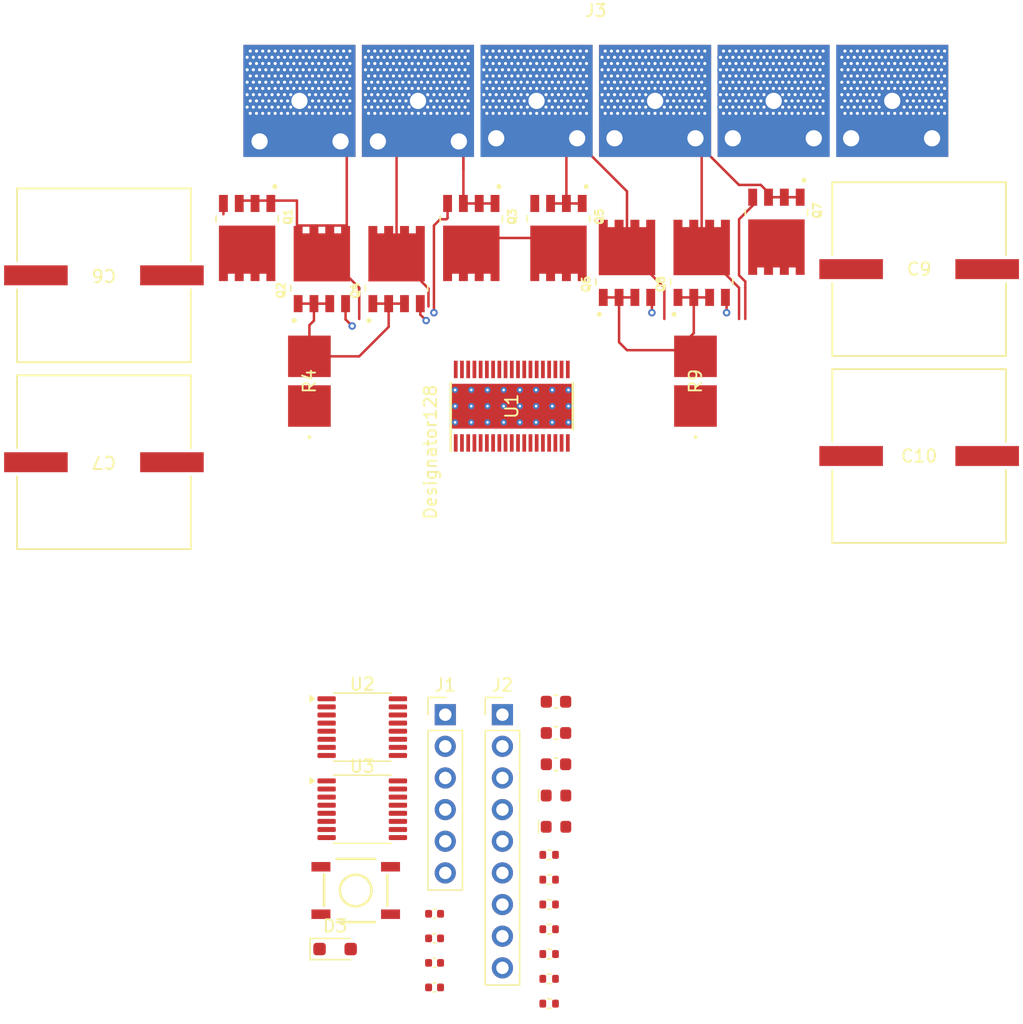
<source format=kicad_pcb>
(kicad_pcb (version 20241229) (generator "pcbnew") (generator_version "9.0")
  (layers (0 "F.Cu" signal) (2 "B.Cu" signal) (13 "F.Paste" user) (15 "B.Paste" user) (5 "F.SilkS" user "F.Silkscreen") (7 "B.SilkS" user "B.Silkscreen") (1 "F.Mask" user) (3 "B.Mask" user) (25 "Edge.Cuts" user))
  (net 0 "")
  (net 1 "+5V")
  (net 2 "GND")
  (net 3 "Net-(U1-VCP)")
  (net 4 "VBUS")
  (net 5 "Net-(U1-VINT)")
  (net 6 "Net-(U1-CP2)")
  (net 7 "Net-(U1-CP1)")
  (net 8 "Net-(D1-A)")
  (net 9 "Net-(D1-K)")
  (net 10 "Net-(D2-A)")
  (net 11 "Net-(D3-K)")
  (net 12 "VCC")
  (net 13 "/SDO")
  (net 14 "/SDI")
  (net 15 "/SCS")
  (net 16 "/SCLK")
  (net 17 "/BIN1")
  (net 18 "/AIN1")
  (net 19 "/AIN2")
  (net 20 "/BIN2")
  (net 21 "/FAULT")
  (net 22 "/SLEEP_N")
  (net 23 "/RESET")
  (net 56 "/SENSE_A")
  (net 57 "/SENS_B")
  (net 58 "/A1HS")
  (net 59 "/A1LS")
  (net 60 "/A2HS")
  (net 61 "/A2LS")
  (net 62 "/B1HS")
  (net 63 "/B1LS")
  (net 64 "/B2LS")
  (net 65 "/BISENN")
  (net 66 "/AOUT1")
  (net 67 "/BOUT2")
  (net 68 "/AISENP")
  (net 69 "/AISENN")
  (net 70 "/B2HS")
  (net 71 "/BISENP")
  (net 72 "/RSVD")
  (net 73 "/AOUT2")
  (net 74 "/BOUT1")
  (footprint "Power_Brick:TRANS_CSD18540Q5B" (layer "F.Cu") (at 139 40 90)
    (property "Reference" "Q2")
    (property "Value" "CSD18540Q5B")
  )
  (footprint "Power_Brick:CAP_PAN_EEE_H13_PAN" (layer "F.Cu") (at 186.961 55)
    (property "Reference" "C10")
    (property "Value" "EEE-TK1J221AQ")
  )
  (footprint "PCM_SparkFun-Capacitor:C_0603_1608Metric" (layer "F.Cu") (at 157.8 74.72)
    (property "Reference" "C4")
    (property "Value" "0.1uF")
  )
  (footprint "Power_Brick:CAP_PAN_EEE_H13_PAN" (layer "F.Cu") (at 121.5 55.5 180)
    (property "Reference" "C7")
    (property "Value" "EEE-TK1J221AQ")
  )
  (footprint "PCM_SparkFun-Resistor:R_0402_1005Metric" (layer "F.Cu") (at 157.25 90.99)
    (property "Reference" "R3")
    (property "Value" "200")
  )
  (footprint "PCM_SparkFun-Capacitor:C_0402_1005Metric" (layer "F.Cu") (at 148.05 95.68)
    (property "Reference" "C3")
    (property "Value" "1.0uF")
  )
  (footprint "PCM_SparkFun-Resistor:R_0402_1005Metric" (layer "F.Cu") (at 157.25 89)
    (property "Reference" "R2")
    (property "Value" "10k")
  )
  (footprint "Power_Brick:RES_PA2512_YAG" (layer "F.Cu") (at 138 48.9939 90)
    (property "Reference" "R4")
    (property "Value" "PA2512FKE7T0U5E")
  )
  (footprint "PCM_SparkFun-Resistor:R_0402_1005Metric" (layer "F.Cu") (at 157.25 96.96)
    (property "Reference" "R7")
    (property "Value" "22")
  )
  (footprint "Power_Brick:TRANS_CSD18540Q5B" (layer "F.Cu") (at 169.5 39.5 90)
    (property "Reference" "Q8")
    (property "Value" "CSD18540Q5B")
  )
  (footprint "PCM_SparkFun-Capacitor:C_0402_1005Metric" (layer "F.Cu") (at 148.05 97.65)
    (property "Reference" "C5")
    (property "Value" "10nF")
  )
  (footprint "PCM_SparkFun-Resistor:R_0402_1005Metric" (layer "F.Cu") (at 157.25 94.97)
    (property "Reference" "R6")
    (property "Value" "100k")
  )
  (footprint "PCM_SparkFun-Resistor:R_0402_1005Metric" (layer "F.Cu") (at 157.25 92.98)
    (property "Reference" "R5")
    (property "Value" "100k")
  )
  (footprint "PCM_SparkFun-Capacitor:C_0603_1608Metric" (layer "F.Cu") (at 157.8 77.23)
    (property "Reference" "C8")
    (property "Value" "0.1uF")
  )
  (footprint "PCM_SparkFun-Capacitor:C_0402_1005Metric" (layer "F.Cu") (at 148.05 93.71)
    (property "Reference" "C2")
    (property "Value" "1.0uF")
  )
  (footprint "PCM_SparkFun-Resistor:R_0402_1005Metric" (layer "F.Cu") (at 157.25 87.01)
    (property "Reference" "R1")
    (property "Value" "200")
  )
  (footprint "Power_Brick:RES_PA2512_YAG" (layer "F.Cu") (at 169 48.9939 90)
    (property "Reference" "R9")
    (property "Value" "PA2512FKE7T0U5E")
  )
  (footprint "Power_Brick:TRANS_CSD18540Q5B" (layer "F.Cu") (at 163.5 39.5 90)
    (property "Reference" "Q6")
    (property "Value" "CSD18540Q5B")
  )
  (footprint "Power_Brick:TRANS_CSD18540Q5B" (layer "F.Cu") (at 158 37.5 -90)
    (property "Reference" "Q5")
    (property "Value" "CSD18540Q5B")
  )
  (footprint "PCM_SparkFun-Resistor:R_0402_1005Metric" (layer "F.Cu") (at 157.25 98.95)
    (property "Reference" "R8")
    (property "Value" "3.3k")
  )
  (footprint "Power_Brick:CAP_PAN_EEE_H13_PAN" (layer "F.Cu") (at 121.5 40.5 180)
    (property "Reference" "C6")
    (property "Value" "EEE-TK1J221AQ")
  )
  (footprint "Power_Brick:DCP0038A_N" (layer "F.Cu") (at 154.250001 51 90)
    (property "Reference" "U1")
    (property "Value" "DRV8704DCPR")
  )
  (footprint "Diode_SMD:D_SOD-323_HandSoldering" (layer "F.Cu") (at 140.065 94.57)
    (property "Reference" "D3")
    (property "Value" "Zener")
  )
  (footprint "Connector_PinHeader_2.54mm:PinHeader_1x09_P2.54mm_Vertical" (layer "F.Cu") (at 153.5 75.76)
    (property "Reference" "J2")
    (property "Value" "Conn_01x09")
  )
  (footprint "Package_SO:TSSOP-16_4.4x5mm_P0.65mm" (layer "F.Cu") (at 142.245 76.76)
    (property "Reference" "U2")
    (property "Value" "ADS1220xPW")
  )
  (footprint "Package_SO:TSSOP-16_4.4x5mm_P0.65mm" (layer "F.Cu") (at 142.245 83.35)
    (property "Reference" "U3")
    (property "Value" "ADS1220xPW")
  )
  (footprint "Power_Brick:CAP_PAN_EEE_H13_PAN" (layer "F.Cu") (at 186.961 40)
    (property "Reference" "C9")
    (property "Value" "EEE-TK1J221AQ")
  )
  (footprint "PCM_SparkFun-Capacitor:C_0603_1608Metric" (layer "F.Cu") (at 157.8 79.74)
    (property "Reference" "C11")
    (property "Value" "0.1uF")
  )
  (footprint "Connector_PinHeader_2.54mm:PinHeader_1x06_P2.54mm_Vertical" (layer "F.Cu") (at 148.91 75.76)
    (property "Reference" "J1")
    (property "Value" "Conn_01x06")
  )
  (footprint "Power_Brick:TRANS_CSD18540Q5B" (layer "F.Cu") (at 145 40 90)
    (property "Reference" "Q4")
    (property "Value" "CSD18540Q5B")
  )
  (footprint "Power_Brick:TRANS_CSD18540Q5B" (layer "F.Cu") (at 151 37.5 -90)
    (property "Reference" "Q3")
    (property "Value" "CSD18540Q5B")
  )
  (footprint "Power_Brick:TRANS_CSD18540Q5B" (layer "F.Cu") (at 175.5 37 -90)
    (property "Reference" "Q7")
    (property "Value" "CSD18540Q5B")
  )
  (footprint "PCM_SparkFun-LED:LED_0603_1608Metric_Red" (layer "F.Cu") (at 157.8 82.25)
    (property "Reference" "D1")
    (property "Value" "Red")
  )
  (footprint "PCM_SparkFun-LED:LED_0603_1608Metric_Green" (layer "F.Cu") (at 157.8 84.76)
    (property "Reference" "D2")
    (property "Value" "Green")
  )
  (footprint "PCM_SparkFun-Capacitor:C_0402_1005Metric" (layer "F.Cu") (at 148.05 91.74)
    (property "Reference" "C1")
    (property "Value" "0.1uF")
  )
  (footprint "Power_Brick:MKDS5_2-9_5_6pos_PowerPad" (layer "F.Cu") (at 161 26.5)
    (property "Reference" "J3")
    (property "Value" "MKDS5_2-9_5_6pos_PowerPad")
  )
  (footprint "PCM_SparkFun-Switch:Push_SMD_5.2x5.2mm_h1.9mm" (layer "F.Cu") (at 141.72 89.87)
    (property "Reference" "SW1")
    (property "Value" "SMD_5.2x5.2mm_h1.9mm")
  )
  (footprint "Power_Brick:TRANS_CSD18540Q5B" (layer "F.Cu") (at 133 37.5 -90)
    (property "Reference" "Q1")
    (property "Value" "CSD18540Q5B")
  )
  (gr_line (start 138.5 36.5) (end 139.5 36.5) (stroke (width 0.2)) (layer "F.Cu") (net 66))
  (gr_line (start 139.5 36.5) (end 141 36.5) (stroke (width 0.2)) (layer "F.Cu") (net 66))
  (gr_line (start 165.5 42.5) (end 165.5 43.5) (stroke (width 0.2)) (layer "F.Cu") (net 63))
  (gr_line (start 132.5 34.5) (end 133.5 34.5) (stroke (width 0.2)) (layer "F.Cu") (net 66))
  (gr_line (start 133.5 34.5) (end 135 34.5) (stroke (width 0.2)) (layer "F.Cu") (net 66))
  (gr_line (start 141 36.5) (end 141 30.5) (stroke (width 0.2)) (layer "F.Cu") (net 66))
  (gr_line (start 137 36.5) (end 138.5 36.5) (stroke (width 0.2)) (layer "F.Cu") (net 66))
  (gr_line (start 137 34.5) (end 137 36.5) (stroke (width 0.2)) (layer "F.Cu") (net 66))
  (gr_line (start 135 34.5) (end 137 34.5) (stroke (width 0.2)) (layer "F.Cu") (net 66))
  (gr_line (start 137 36.5) (end 137 34.5) (stroke (width 0.2)) (layer "F.Cu") (net 66))
  (gr_line (start 171.5 42.5) (end 171.5 43.5) (stroke (width 0.2)) (layer "F.Cu") (net 64))
  (segment (start 151 37.5) (end 158 37.5) (width 0.2) (layer "F.Cu") (net 4))
  (segment (start 138.365 44.135) (end 138 44.5) (width 0.2) (layer "F.Cu") (net 56))
  (segment (start 144.365 44.635) (end 144.365 42.77) (width 0.2) (layer "F.Cu") (net 56))
  (segment (start 138 47) (end 142 47) (width 0.2) (layer "F.Cu") (net 56))
  (segment (start 142 47) (end 144.365 44.635) (width 0.2) (layer "F.Cu") (net 56))
  (segment (start 143.095 42.77) (end 144.365 42.77) (width 0.2) (layer "F.Cu") (net 56))
  (segment (start 138.365 42.77) (end 138.365 44.135) (width 0.2) (layer "F.Cu") (net 56))
  (segment (start 139.635 42.77) (end 138.365 42.77) (width 0.2) (layer "F.Cu") (net 56))
  (segment (start 137.095 42.77) (end 138.365 42.77) (width 0.2) (layer "F.Cu") (net 56))
  (segment (start 145.635 42.77) (end 144.365 42.77) (width 0.2) (layer "F.Cu") (net 56))
  (segment (start 138 44.5) (end 138 47) (width 0.2) (layer "F.Cu") (net 56))
  (segment (start 162.865 45.8711) (end 163.5 46.5061) (width 0.2) (layer "F.Cu") (net 57))
  (segment (start 168.865 42.27) (end 170.135 42.27) (width 0.2) (layer "F.Cu") (net 57))
  (segment (start 167.595 42.27) (end 168.865 42.27) (width 0.2) (layer "F.Cu") (net 57))
  (segment (start 162.865 42.27) (end 162.865 45.8711) (width 0.2) (layer "F.Cu") (net 57))
  (segment (start 168.865 45.135) (end 167.4939 46.5061) (width 0.2) (layer "F.Cu") (net 57))
  (segment (start 168.865 42.27) (end 168.865 45.135) (width 0.2) (layer "F.Cu") (net 57))
  (segment (start 167.4939 46.5061) (end 163.5 46.5061) (width 0.2) (layer "F.Cu") (net 57))
  (segment (start 162.865 42.27) (end 164.135 42.27) (width 0.2) (layer "F.Cu") (net 57))
  (segment (start 161.595 42.27) (end 162.865 42.27) (width 0.2) (layer "F.Cu") (net 57))
  (segment (start 131.095 34.73) (end 131.095 35.595) (width 0.2) (layer "F.Cu") (net 58))
  (segment (start 141.434313 44.565687) (end 140.905 44.036374) (width 0.2) (layer "F.Cu") (net 59))
  (segment (start 140.905 44.036374) (end 140.905 42.77) (width 0.2) (layer "F.Cu") (net 59))
  (via (at 141.434313 44.565687) (size 0.6) (drill 0.3) (layers "F.Cu" "B.Cu") (net 59))
  (segment (start 149 36) (end 148.5 36) (width 0.2) (layer "F.Cu") (net 60))
  (segment (start 149.095 35.905) (end 149 36) (width 0.2) (layer "F.Cu") (net 60))
  (segment (start 148 36.5) (end 148 43.5) (width 0.2) (layer "F.Cu") (net 60))
  (segment (start 148.5 36) (end 148 36.5) (width 0.2) (layer "F.Cu") (net 60))
  (segment (start 149.095 34.73) (end 149.095 35.905) (width 0.2) (layer "F.Cu") (net 60))
  (via (at 148 43.5) (size 0.6) (drill 0.3) (layers "F.Cu" "B.Cu") (net 60))
  (segment (start 146.905 43.656) (end 146.905 42.77) (width 0.2) (layer "F.Cu") (net 61))
  (segment (start 147.3745 44.1255) (end 146.905 43.656) (width 0.2) (layer "F.Cu") (net 61))
  (via (at 147.3745 44.1255) (size 0.6) (drill 0.3) (layers "F.Cu" "B.Cu") (net 61))
  (via (at 165.5 43.5) (size 0.6) (drill 0.3) (layers "F.Cu" "B.Cu") (net 63))
  (via (at 171.5 43.5) (size 0.6) (drill 0.3) (layers "F.Cu" "B.Cu") (net 64))
  (segment (start 140.5 40) (end 141 40.5) (width 0.2) (layer "F.Cu") (net 66))
  (segment (start 142 41.599) (end 142 44) (width 0.2) (layer "F.Cu") (net 66))
  (segment (start 139 40) (end 140.5 40) (width 0.2) (layer "F.Cu") (net 66))
  (segment (start 142 41.5) (end 142 41.599) (width 0.2) (layer "F.Cu") (net 66))
  (segment (start 141 40.5) (end 142 41.5) (width 0.2) (layer "F.Cu") (net 66))
  (segment (start 172 41) (end 172.5 41.5) (width 0.2) (layer "F.Cu") (net 67))
  (segment (start 174.865 34.23) (end 174.865 33.865) (width 0.2) (layer "F.Cu") (net 67))
  (segment (start 169.5 39.5) (end 170.5 39.5) (width 0.2) (layer "F.Cu") (net 67))
  (segment (start 174.865 33.865) (end 174.243 33.243) (width 0.2) (layer "F.Cu") (net 67))
  (segment (start 169.5 39.5) (end 169.5 30.24) (width 0.2) (layer "F.Cu") (net 67))
  (segment (start 177.405 34.23) (end 174.865 34.23) (width 0.2) (layer "F.Cu") (net 67))
  (segment (start 169.5 30.24) (end 165.76 26.5) (width 0.2) (layer "F.Cu") (net 67))
  (segment (start 172.5 41.5) (end 172.5 44) (width 0.2) (layer "F.Cu") (net 67))
  (segment (start 172.493 33.243) (end 166.75 27.5) (width 0.2) (layer "F.Cu") (net 67))
  (segment (start 170.5 39.5) (end 172 41) (width 0.2) (layer "F.Cu") (net 67))
  (segment (start 174.243 33.243) (end 172.493 33.243) (width 0.2) (layer "F.Cu") (net 67))
  (segment (start 172.5 40.5) (end 173 41) (width 0.2) (layer "F.Cu") (net 70))
  (segment (start 173.595 34.905) (end 173 35.5) (width 0.2) (layer "F.Cu") (net 70))
  (segment (start 173 41.5) (end 173 44) (width 0.2) (layer "F.Cu") (net 70))
  (segment (start 173.595 34.23) (end 173.595 34.905) (width 0.2) (layer "F.Cu") (net 70))
  (segment (start 173 41) (end 173 41.5) (width 0.2) (layer "F.Cu") (net 70))
  (segment (start 172.5 36) (end 172.5 40.5) (width 0.2) (layer "F.Cu") (net 70))
  (segment (start 173 35.5) (end 172.5 36) (width 0.2) (layer "F.Cu") (net 70))
  (segment (start 147.5 41.5) (end 147.561 41.561) (width 0.2) (layer "F.Cu") (net 73))
  (segment (start 147 40.5) (end 147 41) (width 0.2) (layer "F.Cu") (net 73))
  (segment (start 152.905 34.73) (end 150.365 34.73) (width 0.2) (layer "F.Cu") (net 73))
  (segment (start 145 40) (end 145 28.22) (width 0.2) (layer "F.Cu") (net 73))
  (segment (start 150.365 32) (end 150.365 30.115) (width 0.2) (layer "F.Cu") (net 73))
  (segment (start 145 40) (end 146.5 40) (width 0.2) (layer "F.Cu") (net 73))
  (segment (start 145 28.22) (end 146.72 26.5) (width 0.2) (layer "F.Cu") (net 73))
  (segment (start 150.365 32) (end 150.365 30.145) (width 0.2) (layer "F.Cu") (net 73))
  (segment (start 147.561 41.561) (end 147.561 43) (width 0.2) (layer "F.Cu") (net 73))
  (segment (start 150.365 34.73) (end 150.365 32) (width 0.2) (layer "F.Cu") (net 73))
  (segment (start 150.365 30.145) (end 146.72 26.5) (width 0.2) (layer "F.Cu") (net 73))
  (segment (start 146.5 40) (end 147 40.5) (width 0.2) (layer "F.Cu") (net 73))
  (segment (start 147 41) (end 147.5 41.5) (width 0.2) (layer "F.Cu") (net 73))
  (segment (start 150.365 30.115) (end 150 29.75) (width 0.2) (layer "F.Cu") (net 73))
  (segment (start 163.5 39.5) (end 163.5 33.76) (width 0.2) (layer "F.Cu") (net 74))
  (segment (start 158.635 34.73) (end 158.635 28.895) (width 0.2) (layer "F.Cu") (net 74))
  (segment (start 159.905 34.73) (end 158.635 34.73) (width 0.2) (layer "F.Cu") (net 74))
  (segment (start 163.5 33.76) (end 156.24 26.5) (width 0.2) (layer "F.Cu") (net 74))
  (segment (start 157.365 34.73) (end 158.635 34.73) (width 0.2) (layer "F.Cu") (net 74))
  (segment (start 163.5 39.5) (end 164.5 39.5) (width 0.2) (layer "F.Cu") (net 74))
  (segment (start 164.5 39.5) (end 166.5 41.5) (width 0.2) (layer "F.Cu") (net 74))
  (segment (start 158.635 28.895) (end 156.24 26.5) (width 0.2) (layer "F.Cu") (net 74))
  (segment (start 166.5 41.5) (end 166.5 44) (width 0.2) (layer "F.Cu") (net 74))
)
</source>
